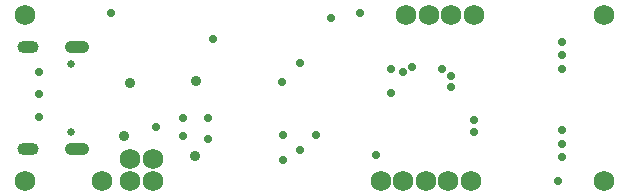
<source format=gbr>
%TF.GenerationSoftware,Altium Limited,Altium Designer,23.10.1 (27)*%
G04 Layer_Color=16711935*
%FSLAX45Y45*%
%MOMM*%
%TF.SameCoordinates,D187A3F4-093A-4DDC-863C-0592D449728B*%
%TF.FilePolarity,Negative*%
%TF.FileFunction,Soldermask,Bot*%
%TF.Part,Single*%
G01*
G75*
%TA.AperFunction,ComponentPad*%
G04:AMPARAMS|DCode=43|XSize=1mm|YSize=1.8mm|CornerRadius=0.5mm|HoleSize=0mm|Usage=FLASHONLY|Rotation=270.000|XOffset=0mm|YOffset=0mm|HoleType=Round|Shape=RoundedRectangle|*
%AMROUNDEDRECTD43*
21,1,1.00000,0.80000,0,0,270.0*
21,1,0.00000,1.80000,0,0,270.0*
1,1,1.00000,-0.40000,0.00000*
1,1,1.00000,-0.40000,0.00000*
1,1,1.00000,0.40000,0.00000*
1,1,1.00000,0.40000,0.00000*
%
%ADD43ROUNDEDRECTD43*%
G04:AMPARAMS|DCode=44|XSize=1mm|YSize=2.1mm|CornerRadius=0.5mm|HoleSize=0mm|Usage=FLASHONLY|Rotation=270.000|XOffset=0mm|YOffset=0mm|HoleType=Round|Shape=RoundedRectangle|*
%AMROUNDEDRECTD44*
21,1,1.00000,1.10000,0,0,270.0*
21,1,0.00000,2.10000,0,0,270.0*
1,1,1.00000,-0.55000,0.00000*
1,1,1.00000,-0.55000,0.00000*
1,1,1.00000,0.55000,0.00000*
1,1,1.00000,0.55000,0.00000*
%
%ADD44ROUNDEDRECTD44*%
%ADD45C,0.65000*%
%TA.AperFunction,ViaPad*%
%ADD48C,0.71120*%
%ADD68C,1.72720*%
%ADD69C,0.91440*%
D43*
X112100Y1225750D02*
D03*
Y361750D02*
D03*
D44*
X530100Y1225750D02*
D03*
Y361750D02*
D03*
D45*
X480100Y1082750D02*
D03*
Y504750D02*
D03*
D48*
X3365500Y1054100D02*
D03*
X2921000Y1511300D02*
D03*
X3695700Y889000D02*
D03*
X2260600Y927100D02*
D03*
X1193800Y546100D02*
D03*
X2679700Y1473200D02*
D03*
X1676400Y1295400D02*
D03*
X4597400Y88900D02*
D03*
X203200Y635000D02*
D03*
Y825500D02*
D03*
Y1016000D02*
D03*
X2273300Y265625D02*
D03*
X2413000Y355600D02*
D03*
X2552700Y482600D02*
D03*
X2273300D02*
D03*
X812800Y1510225D02*
D03*
X2413000Y1092200D02*
D03*
X1638300Y444500D02*
D03*
Y622300D02*
D03*
X1421325Y469900D02*
D03*
Y622300D02*
D03*
X4635500Y520700D02*
D03*
Y406400D02*
D03*
Y292100D02*
D03*
Y1041400D02*
D03*
Y1155700D02*
D03*
Y1270000D02*
D03*
X3886200Y508000D02*
D03*
Y609600D02*
D03*
X3695700Y977900D02*
D03*
X3619500Y1041400D02*
D03*
X3187700Y838200D02*
D03*
Y1041400D02*
D03*
X3289300Y1016000D02*
D03*
X3057744Y307496D02*
D03*
D68*
X736600Y88900D02*
D03*
X977900D02*
D03*
X3860800D02*
D03*
X3670300D02*
D03*
X3479800D02*
D03*
X3289300D02*
D03*
X3098800D02*
D03*
X3886200Y1498600D02*
D03*
X1168400Y279400D02*
D03*
X977900D02*
D03*
X1168400Y88900D02*
D03*
X3695700Y1498600D02*
D03*
X3505200D02*
D03*
X3314700D02*
D03*
X4991100Y88900D02*
D03*
X88900Y1498600D02*
D03*
Y88900D02*
D03*
X4991100Y1498600D02*
D03*
D69*
X975360Y917501D02*
D03*
X927100Y469900D02*
D03*
X1536700Y939800D02*
D03*
X1524000Y304800D02*
D03*
%TF.MD5,1b21d60e1b4af856a15e63cf10a2ca43*%
M02*

</source>
